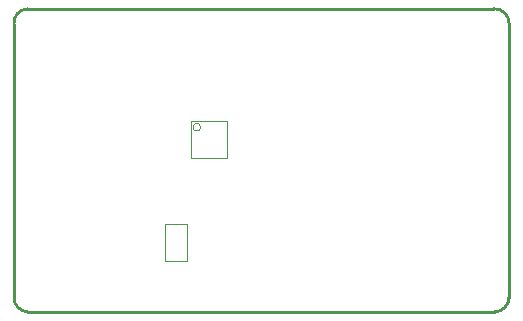
<source format=gbp>
G04*
G04 #@! TF.GenerationSoftware,Altium Limited,Altium Designer,20.0.13 (296)*
G04*
G04 Layer_Color=128*
%FSLAX24Y24*%
%MOIN*%
G70*
G01*
G75*
%ADD10C,0.0100*%
%ADD14C,0.0039*%
D10*
X16020Y-1D02*
G03*
X16500Y500I5J476D01*
G01*
Y9620D02*
G03*
X15999Y10100I-476J5D01*
G01*
X450Y10100D02*
G03*
X0Y9600I25J-475D01*
G01*
Y470D02*
G03*
X452Y-3I476J3D01*
G01*
X13100Y10100D02*
X15999D01*
X16500Y8250D02*
Y9620D01*
Y475D02*
Y6400D01*
X450Y0D02*
X16025D01*
X0Y450D02*
Y9600D01*
X450Y10100D02*
X10700Y10100D01*
X16500Y6400D02*
Y8250D01*
X10700Y10100D02*
X13100D01*
D14*
X6224Y6154D02*
G03*
X6224Y6154I-128J0D01*
G01*
X5046Y1690D02*
Y2910D01*
X5754Y1690D02*
Y2910D01*
X5046D02*
X5754D01*
X5046Y1690D02*
X5754D01*
X5890Y5140D02*
Y6360D01*
X7110Y5140D02*
Y6360D01*
X5890D02*
X7110D01*
X5890Y5140D02*
X7110D01*
M02*

</source>
